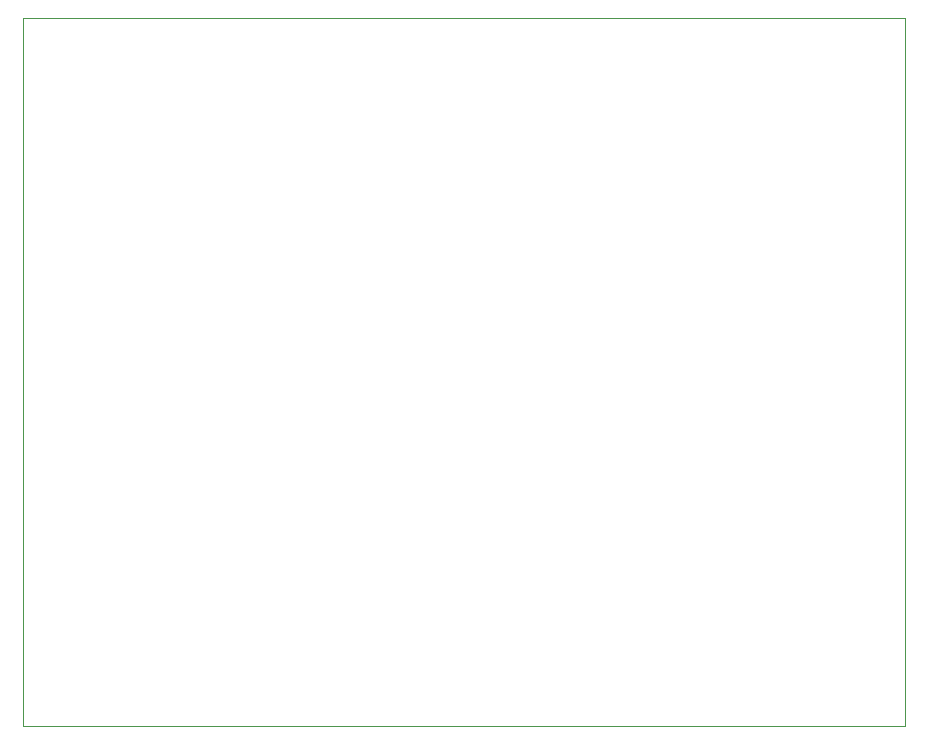
<source format=gbr>
%TF.GenerationSoftware,KiCad,Pcbnew,(6.0.0-0)*%
%TF.CreationDate,2022-03-09T10:25:03-05:00*%
%TF.ProjectId,Backplane-Instruction-Reg-2022,4261636b-706c-4616-9e65-2d496e737472,rev?*%
%TF.SameCoordinates,Original*%
%TF.FileFunction,Profile,NP*%
%FSLAX46Y46*%
G04 Gerber Fmt 4.6, Leading zero omitted, Abs format (unit mm)*
G04 Created by KiCad (PCBNEW (6.0.0-0)) date 2022-03-09 10:25:03*
%MOMM*%
%LPD*%
G01*
G04 APERTURE LIST*
%TA.AperFunction,Profile*%
%ADD10C,0.100000*%
%TD*%
G04 APERTURE END LIST*
D10*
X186690000Y-66040000D02*
X112014000Y-66040000D01*
X112014000Y-66040000D02*
X112014000Y-125984000D01*
X112014000Y-125984000D02*
X186690000Y-125984000D01*
X186690000Y-125984000D02*
X186690000Y-66040000D01*
M02*

</source>
